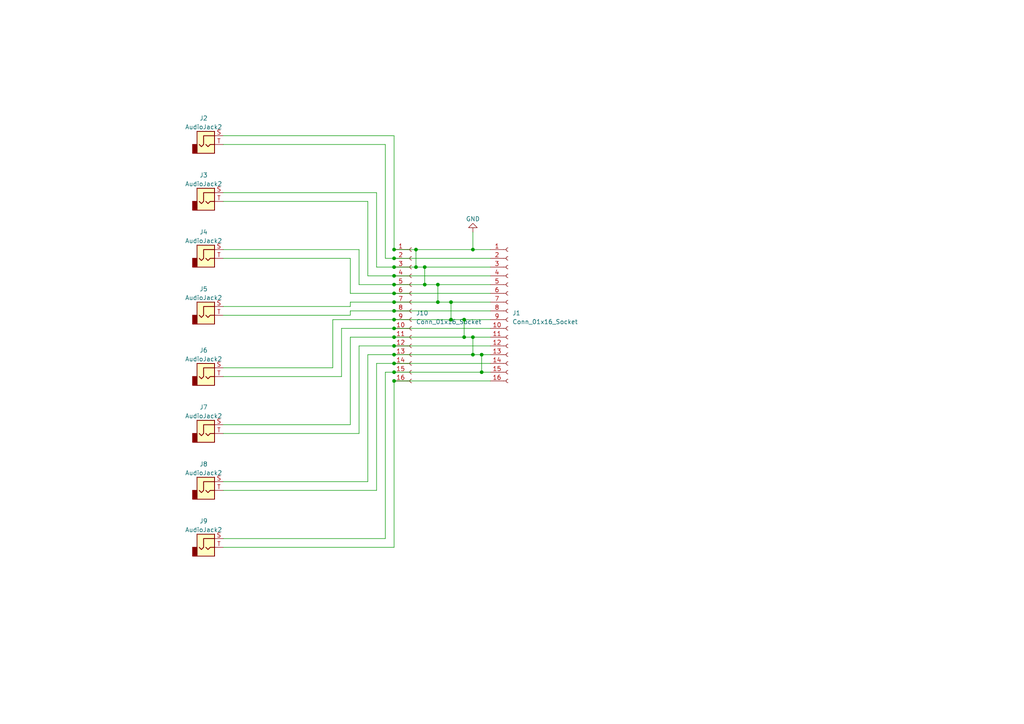
<source format=kicad_sch>
(kicad_sch (version 20230121) (generator eeschema)
  (paper "A4")
  (lib_symbols
    (symbol "Connector:Conn_01x16_Socket" (pin_names (offset 1.016) hide)
      (property "Reference" "J" (at 0 20.32 0))
      (property "Value" "Conn_01x16_Socket" (at 0 -22.86 0))
      (symbol "Conn_01x16_Socket_1_1"
        (arc (start 0 -19.812) (mid -0.5058 -20.32) (end 0 -20.828) (stroke (width 0.1524)))
        (arc (start 0 -17.272) (mid -0.5058 -17.78) (end 0 -18.288) (stroke (width 0.1524)))
        (arc (start 0 -14.732) (mid -0.5058 -15.24) (end 0 -15.748) (stroke (width 0.1524)))
        (arc (start 0 -12.192) (mid -0.5058 -12.7) (end 0 -13.208) (stroke (width 0.1524)))
        (arc (start 0 -9.652) (mid -0.5058 -10.16) (end 0 -10.668) (stroke (width 0.1524)))
        (arc (start 0 -7.112) (mid -0.5058 -7.62) (end 0 -8.128) (stroke (width 0.1524)))
        (arc (start 0 -4.572) (mid -0.5058 -5.08) (end 0 -5.588) (stroke (width 0.1524)))
        (arc (start 0 -2.032) (mid -0.5058 -2.54) (end 0 -3.048) (stroke (width 0.1524)))
        (polyline (pts (xy -1.27 -20.32) (xy -0.508 -20.32)) (stroke (width 0.1524)))
        (polyline (pts (xy -1.27 -17.78) (xy -0.508 -17.78)) (stroke (width 0.1524)))
        (polyline (pts (xy -1.27 -15.24) (xy -0.508 -15.24)) (stroke (width 0.1524)))
        (polyline (pts (xy -1.27 -12.7) (xy -0.508 -12.7)) (stroke (width 0.1524)))
        (polyline (pts (xy -1.27 -10.16) (xy -0.508 -10.16)) (stroke (width 0.1524)))
        (polyline (pts (xy -1.27 -7.62) (xy -0.508 -7.62)) (stroke (width 0.1524)))
        (polyline (pts (xy -1.27 -5.08) (xy -0.508 -5.08)) (stroke (width 0.1524)))
        (polyline (pts (xy -1.27 -2.54) (xy -0.508 -2.54)) (stroke (width 0.1524)))
        (polyline (pts (xy -1.27 0) (xy -0.508 0)) (stroke (width 0.1524)))
        (polyline (pts (xy -1.27 2.54) (xy -0.508 2.54)) (stroke (width 0.1524)))
        (polyline (pts (xy -1.27 5.08) (xy -0.508 5.08)) (stroke (width 0.1524)))
        (polyline (pts (xy -1.27 7.62) (xy -0.508 7.62)) (stroke (width 0.1524)))
        (polyline (pts (xy -1.27 10.16) (xy -0.508 10.16)) (stroke (width 0.1524)))
        (polyline (pts (xy -1.27 12.7) (xy -0.508 12.7)) (stroke (width 0.1524)))
        (polyline (pts (xy -1.27 15.24) (xy -0.508 15.24)) (stroke (width 0.1524)))
        (polyline (pts (xy -1.27 17.78) (xy -0.508 17.78)) (stroke (width 0.1524)))
        (arc (start 0 0.508) (mid -0.5058 0) (end 0 -0.508) (stroke (width 0.1524)))
        (arc (start 0 3.048) (mid -0.5058 2.54) (end 0 2.032) (stroke (width 0.1524)))
        (arc (start 0 5.588) (mid -0.5058 5.08) (end 0 4.572) (stroke (width 0.1524)))
        (arc (start 0 8.128) (mid -0.5058 7.62) (end 0 7.112) (stroke (width 0.1524)))
        (arc (start 0 10.668) (mid -0.5058 10.16) (end 0 9.652) (stroke (width 0.1524)))
        (arc (start 0 13.208) (mid -0.5058 12.7) (end 0 12.192) (stroke (width 0.1524)))
        (arc (start 0 15.748) (mid -0.5058 15.24) (end 0 14.732) (stroke (width 0.1524)))
        (arc (start 0 18.288) (mid -0.5058 17.78) (end 0 17.272) (stroke (width 0.1524)))
        (pin passive line (at -5.08 17.78 0) (length 3.81) (name "Pin_1") (number "1"))
        (pin passive line (at -5.08 -5.08 0) (length 3.81) (name "Pin_10") (number "10"))
        (pin passive line (at -5.08 -7.62 0) (length 3.81) (name "Pin_11") (number "11"))
        (pin passive line (at -5.08 -10.16 0) (length 3.81) (name "Pin_12") (number "12"))
        (pin passive line (at -5.08 -12.7 0) (length 3.81) (name "Pin_13") (number "13"))
        (pin passive line (at -5.08 -15.24 0) (length 3.81) (name "Pin_14") (number "14"))
        (pin passive line (at -5.08 -17.78 0) (length 3.81) (name "Pin_15") (number "15"))
        (pin passive line (at -5.08 -20.32 0) (length 3.81) (name "Pin_16") (number "16"))
        (pin passive line (at -5.08 15.24 0) (length 3.81) (name "Pin_2") (number "2"))
        (pin passive line (at -5.08 12.7 0) (length 3.81) (name "Pin_3") (number "3"))
        (pin passive line (at -5.08 10.16 0) (length 3.81) (name "Pin_4") (number "4"))
        (pin passive line (at -5.08 7.62 0) (length 3.81) (name "Pin_5") (number "5"))
        (pin passive line (at -5.08 5.08 0) (length 3.81) (name "Pin_6") (number "6"))
        (pin passive line (at -5.08 2.54 0) (length 3.81) (name "Pin_7") (number "7"))
        (pin passive line (at -5.08 0 0) (length 3.81) (name "Pin_8") (number "8"))
        (pin passive line (at -5.08 -2.54 0) (length 3.81) (name "Pin_9") (number "9"))
      )
    )
    (symbol "Connector_Audio:AudioJack2"
      (property "Reference" "J" (at 0 8.89 0))
      (property "Value" "AudioJack2" (at 0 6.35 0))
      (symbol "AudioJack2_0_1"
        (rectangle (start -3.81 0) (end -2.54 -2.54) (stroke (width 0.254)) (fill (type outline)))
        (rectangle (start -2.54 3.81) (end 2.54 -2.54) (stroke (width 0.254)) (fill (type background)))
        (polyline (pts (xy 0 0) (xy 0.635 -0.635) (xy 1.27 0) (xy 2.54 0)) (stroke (width 0.254)))
        (polyline (pts (xy 2.54 2.54) (xy -0.635 2.54) (xy -0.635 0) (xy -1.27 -0.635) (xy -1.905 0)) (stroke (width 0.254)))
      )
      (symbol "AudioJack2_1_1"
        (pin passive line (at 5.08 2.54 180) (length 2.54) (name "~") (number "S"))
        (pin passive line (at 5.08 0 180) (length 2.54) (name "~") (number "T"))
      )
    )
    (symbol "power:GND" (power) (pin_names (offset 0))
      (property "Value" "GND" (at 0 -3.81 0))
      (symbol "GND_0_1"
        (polyline (pts (xy 0 0) (xy 0 -1.27) (xy 1.27 -1.27) (xy 0 -2.54) (xy -1.27 -1.27) (xy 0 -1.27)))
      )
      (symbol "GND_1_1"
        (pin power_in line (at 0 0 270) (length 0) hide (name "GND") (number "1"))
      )
    )
  )
  (junction (at 120.65 72.39))
  (junction (at 114.3 85.09))
  (junction (at 114.3 90.17))
  (junction (at 137.16 72.39))
  (junction (at 114.3 80.01))
  (junction (at 114.3 77.47))
  (junction (at 114.3 74.93))
  (junction (at 134.62 97.79))
  (junction (at 139.7 107.95))
  (junction (at 114.3 72.39))
  (junction (at 114.3 92.71))
  (junction (at 123.19 82.55))
  (junction (at 134.62 92.71))
  (junction (at 114.3 87.63))
  (junction (at 114.3 107.95))
  (junction (at 114.3 100.33))
  (junction (at 114.3 110.49))
  (junction (at 114.3 105.41))
  (junction (at 130.81 87.63))
  (junction (at 120.65 77.47))
  (junction (at 137.16 97.79))
  (junction (at 127 82.55))
  (junction (at 127 87.63))
  (junction (at 130.81 92.71))
  (junction (at 137.16 102.87))
  (junction (at 114.3 82.55))
  (junction (at 139.7 102.87))
  (junction (at 114.3 95.25))
  (junction (at 114.3 97.79))
  (junction (at 123.19 77.47))
  (junction (at 114.3 102.87))
  (wire (pts (xy 120.65 72.39) (xy 137.16 72.39)))
  (wire (pts (xy 64.77 139.7) (xy 106.68 139.7)))
  (wire (pts (xy 109.22 105.41) (xy 114.3 105.41)))
  (wire (pts (xy 106.68 58.42) (xy 106.68 80.01)))
  (wire (pts (xy 130.81 92.71) (xy 134.62 92.71)))
  (wire (pts (xy 101.6 85.09) (xy 114.3 85.09)))
  (wire (pts (xy 114.3 158.75) (xy 114.3 110.49)))
  (wire (pts (xy 64.77 158.75) (xy 114.3 158.75)))
  (wire (pts (xy 109.22 142.24) (xy 109.22 105.41)))
  (wire (pts (xy 64.77 142.24) (xy 109.22 142.24)))
  (wire (pts (xy 114.3 77.47) (xy 120.65 77.47)))
  (wire (pts (xy 123.19 77.47) (xy 123.19 82.55)))
  (wire (pts (xy 137.16 67.31) (xy 137.16 72.39)))
  (wire (pts (xy 114.3 100.33) (xy 142.24 100.33)))
  (wire (pts (xy 134.62 97.79) (xy 137.16 97.79)))
  (wire (pts (xy 104.14 100.33) (xy 114.3 100.33)))
  (wire (pts (xy 64.77 109.22) (xy 99.06 109.22)))
  (wire (pts (xy 64.77 106.68) (xy 96.52 106.68)))
  (wire (pts (xy 114.3 102.87) (xy 137.16 102.87)))
  (wire (pts (xy 101.6 91.44) (xy 101.6 90.17)))
  (wire (pts (xy 130.81 87.63) (xy 142.24 87.63)))
  (wire (pts (xy 130.81 87.63) (xy 130.81 92.71)))
  (wire (pts (xy 99.06 95.25) (xy 114.3 95.25)))
  (wire (pts (xy 99.06 109.22) (xy 99.06 95.25)))
  (wire (pts (xy 101.6 87.63) (xy 101.6 88.9)))
  (wire (pts (xy 139.7 107.95) (xy 142.24 107.95)))
  (wire (pts (xy 111.76 41.91) (xy 111.76 74.93)))
  (wire (pts (xy 64.77 74.93) (xy 101.6 74.93)))
  (wire (pts (xy 114.3 87.63) (xy 127 87.63)))
  (wire (pts (xy 114.3 105.41) (xy 142.24 105.41)))
  (wire (pts (xy 123.19 82.55) (xy 127 82.55)))
  (wire (pts (xy 114.3 110.49) (xy 142.24 110.49)))
  (wire (pts (xy 106.68 139.7) (xy 106.68 102.87)))
  (wire (pts (xy 64.77 156.21) (xy 111.76 156.21)))
  (wire (pts (xy 134.62 92.71) (xy 142.24 92.71)))
  (wire (pts (xy 106.68 102.87) (xy 114.3 102.87)))
  (wire (pts (xy 134.62 92.71) (xy 134.62 97.79)))
  (wire (pts (xy 137.16 102.87) (xy 139.7 102.87)))
  (wire (pts (xy 127 82.55) (xy 127 87.63)))
  (wire (pts (xy 137.16 72.39) (xy 142.24 72.39)))
  (wire (pts (xy 123.19 77.47) (xy 142.24 77.47)))
  (wire (pts (xy 64.77 125.73) (xy 104.14 125.73)))
  (wire (pts (xy 101.6 90.17) (xy 114.3 90.17)))
  (wire (pts (xy 111.76 156.21) (xy 111.76 107.95)))
  (wire (pts (xy 104.14 82.55) (xy 114.3 82.55)))
  (wire (pts (xy 111.76 74.93) (xy 114.3 74.93)))
  (wire (pts (xy 114.3 107.95) (xy 139.7 107.95)))
  (wire (pts (xy 120.65 72.39) (xy 120.65 77.47)))
  (wire (pts (xy 114.3 74.93) (xy 142.24 74.93)))
  (wire (pts (xy 96.52 92.71) (xy 114.3 92.71)))
  (wire (pts (xy 101.6 74.93) (xy 101.6 85.09)))
  (wire (pts (xy 104.14 72.39) (xy 104.14 82.55)))
  (wire (pts (xy 109.22 55.88) (xy 109.22 77.47)))
  (wire (pts (xy 64.77 41.91) (xy 111.76 41.91)))
  (wire (pts (xy 64.77 39.37) (xy 114.3 39.37)))
  (wire (pts (xy 114.3 85.09) (xy 142.24 85.09)))
  (wire (pts (xy 64.77 58.42) (xy 106.68 58.42)))
  (wire (pts (xy 114.3 39.37) (xy 114.3 72.39)))
  (wire (pts (xy 101.6 87.63) (xy 114.3 87.63)))
  (wire (pts (xy 114.3 90.17) (xy 142.24 90.17)))
  (wire (pts (xy 101.6 123.19) (xy 101.6 97.79)))
  (wire (pts (xy 139.7 102.87) (xy 142.24 102.87)))
  (wire (pts (xy 106.68 80.01) (xy 114.3 80.01)))
  (wire (pts (xy 101.6 88.9) (xy 64.77 88.9)))
  (wire (pts (xy 120.65 77.47) (xy 123.19 77.47)))
  (wire (pts (xy 137.16 97.79) (xy 142.24 97.79)))
  (wire (pts (xy 64.77 72.39) (xy 104.14 72.39)))
  (wire (pts (xy 109.22 77.47) (xy 114.3 77.47)))
  (wire (pts (xy 114.3 82.55) (xy 123.19 82.55)))
  (wire (pts (xy 114.3 97.79) (xy 134.62 97.79)))
  (wire (pts (xy 137.16 97.79) (xy 137.16 102.87)))
  (wire (pts (xy 114.3 95.25) (xy 142.24 95.25)))
  (wire (pts (xy 64.77 55.88) (xy 109.22 55.88)))
  (wire (pts (xy 139.7 102.87) (xy 139.7 107.95)))
  (wire (pts (xy 114.3 80.01) (xy 142.24 80.01)))
  (wire (pts (xy 64.77 91.44) (xy 101.6 91.44)))
  (wire (pts (xy 101.6 97.79) (xy 114.3 97.79)))
  (wire (pts (xy 64.77 123.19) (xy 101.6 123.19)))
  (wire (pts (xy 111.76 107.95) (xy 114.3 107.95)))
  (wire (pts (xy 104.14 125.73) (xy 104.14 100.33)))
  (wire (pts (xy 96.52 106.68) (xy 96.52 92.71)))
  (wire (pts (xy 127 87.63) (xy 130.81 87.63)))
  (wire (pts (xy 114.3 92.71) (xy 130.81 92.71)))
  (wire (pts (xy 114.3 72.39) (xy 120.65 72.39)))
  (wire (pts (xy 127 82.55) (xy 142.24 82.55)))
  (symbol (lib_id "Connector_Audio:AudioJack2") (at 59.69 142.24 0) (unit 1)
    (property "Reference" "J8" (at 59.055 134.62 0))
    (property "Value" "AudioJack2" (at 59.055 137.16 0))
    (property "Footprint" "Connector_Audio:Jack_3.5mm_QingPu_WQP-PJ398SM_Vertical_CircularHoles" (effects hide))
  )
  (symbol (lib_id "power:GND") (at 137.16 67.31 180) (unit 1)
    (property "Reference" "#PWR01" (effects hide))
    (property "Value" "GND" (at 137.16 63.5 0))
  )
  (symbol (lib_id "Connector_Audio:AudioJack2") (at 59.69 125.73 0) (unit 1)
    (property "Reference" "J7" (at 59.055 118.11 0))
    (property "Value" "AudioJack2" (at 59.055 120.65 0))
    (property "Footprint" "Connector_Audio:Jack_3.5mm_QingPu_WQP-PJ398SM_Vertical_CircularHoles" (effects hide))
  )
  (symbol (lib_id "Connector_Audio:AudioJack2") (at 59.69 109.22 0) (unit 1)
    (property "Reference" "J6" (at 59.055 101.6 0))
    (property "Value" "AudioJack2" (at 59.055 104.14 0))
    (property "Footprint" "Connector_Audio:Jack_3.5mm_QingPu_WQP-PJ398SM_Vertical_CircularHoles" (effects hide))
  )
  (symbol (lib_id "Connector_Audio:AudioJack2") (at 59.69 74.93 0) (unit 1)
    (property "Reference" "J4" (at 59.055 67.31 0))
    (property "Value" "AudioJack2" (at 59.055 69.85 0))
    (property "Footprint" "Connector_Audio:Jack_3.5mm_QingPu_WQP-PJ398SM_Vertical_CircularHoles" (effects hide))
  )
  (symbol (lib_id "Connector_Audio:AudioJack2") (at 59.69 91.44 0) (unit 1)
    (property "Reference" "J5" (at 59.055 83.82 0))
    (property "Value" "AudioJack2" (at 59.055 86.36 0))
    (property "Footprint" "Connector_Audio:Jack_3.5mm_QingPu_WQP-PJ398SM_Vertical_CircularHoles" (effects hide))
  )
  (symbol (lib_id "Connector_Audio:AudioJack2") (at 59.69 41.91 0) (unit 1)
    (property "Reference" "J2" (at 59.055 34.29 0))
    (property "Value" "AudioJack2" (at 59.055 36.83 0))
    (property "Footprint" "Connector_Audio:Jack_3.5mm_QingPu_WQP-PJ398SM_Vertical_CircularHoles" (effects hide))
  )
  (symbol (lib_id "Connector_Audio:AudioJack2") (at 59.69 58.42 0) (unit 1)
    (property "Reference" "J3" (at 59.055 50.8 0))
    (property "Value" "AudioJack2" (at 59.055 53.34 0))
    (property "Footprint" "Connector_Audio:Jack_3.5mm_QingPu_WQP-PJ398SM_Vertical_CircularHoles" (effects hide))
  )
  (symbol (lib_id "Connector_Audio:AudioJack2") (at 59.69 158.75 0) (unit 1)
    (property "Reference" "J9" (at 59.055 151.13 0))
    (property "Value" "AudioJack2" (at 59.055 153.67 0))
    (property "Footprint" "Connector_Audio:Jack_3.5mm_QingPu_WQP-PJ398SM_Vertical_CircularHoles" (effects hide))
  )
  (symbol (lib_id "Connector:Conn_01x16_Socket") (at 119.38 90.17 0) (unit 1)
    (property "Reference" "J10" (at 120.65 90.805 0) (effects (justify left)))
    (property "Value" "Conn_01x16_Socket" (at 120.65 93.345 0) (effects (justify left)))
    (property "Footprint" "Connector_IDC:IDC-Header_2x08_P2.54mm_Vertical" (effects hide))
  )
  (symbol (lib_id "Connector:Conn_01x16_Socket") (at 147.32 90.17 0) (unit 1)
    (property "Reference" "J1" (at 148.59 90.805 0) (effects (justify left)))
    (property "Value" "Conn_01x16_Socket" (at 148.59 93.345 0) (effects (justify left)))
    (property "Footprint" "Connector_IDC:IDC-Header_2x08_P2.54mm_Vertical" (effects hide))
  )
)
</source>
